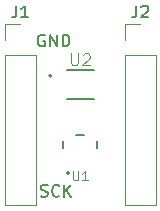
<source format=gto>
%TF.GenerationSoftware,KiCad,Pcbnew,(5.1.6-0-10_14)*%
%TF.CreationDate,2020-09-09T09:44:54+09:00*%
%TF.ProjectId,qPCR-spi_switcher,71504352-2d73-4706-995f-737769746368,rev?*%
%TF.SameCoordinates,Original*%
%TF.FileFunction,Legend,Top*%
%TF.FilePolarity,Positive*%
%FSLAX46Y46*%
G04 Gerber Fmt 4.6, Leading zero omitted, Abs format (unit mm)*
G04 Created by KiCad (PCBNEW (5.1.6-0-10_14)) date 2020-09-09 09:44:54*
%MOMM*%
%LPD*%
G01*
G04 APERTURE LIST*
%ADD10C,0.150000*%
%ADD11C,0.120000*%
%ADD12C,0.200000*%
%ADD13C,0.127000*%
%ADD14C,0.015000*%
G04 APERTURE END LIST*
D10*
X103336885Y-76757161D02*
X103479742Y-76804780D01*
X103717838Y-76804780D01*
X103813076Y-76757161D01*
X103860695Y-76709542D01*
X103908314Y-76614304D01*
X103908314Y-76519066D01*
X103860695Y-76423828D01*
X103813076Y-76376209D01*
X103717838Y-76328590D01*
X103527361Y-76280971D01*
X103432123Y-76233352D01*
X103384504Y-76185733D01*
X103336885Y-76090495D01*
X103336885Y-75995257D01*
X103384504Y-75900019D01*
X103432123Y-75852400D01*
X103527361Y-75804780D01*
X103765457Y-75804780D01*
X103908314Y-75852400D01*
X104908314Y-76709542D02*
X104860695Y-76757161D01*
X104717838Y-76804780D01*
X104622600Y-76804780D01*
X104479742Y-76757161D01*
X104384504Y-76661923D01*
X104336885Y-76566685D01*
X104289266Y-76376209D01*
X104289266Y-76233352D01*
X104336885Y-76042876D01*
X104384504Y-75947638D01*
X104479742Y-75852400D01*
X104622600Y-75804780D01*
X104717838Y-75804780D01*
X104860695Y-75852400D01*
X104908314Y-75900019D01*
X105336885Y-76804780D02*
X105336885Y-75804780D01*
X105908314Y-76804780D02*
X105479742Y-76233352D01*
X105908314Y-75804780D02*
X105336885Y-76376209D01*
X103657495Y-63127000D02*
X103562257Y-63079380D01*
X103419400Y-63079380D01*
X103276542Y-63127000D01*
X103181304Y-63222238D01*
X103133685Y-63317476D01*
X103086066Y-63507952D01*
X103086066Y-63650809D01*
X103133685Y-63841285D01*
X103181304Y-63936523D01*
X103276542Y-64031761D01*
X103419400Y-64079380D01*
X103514638Y-64079380D01*
X103657495Y-64031761D01*
X103705114Y-63984142D01*
X103705114Y-63650809D01*
X103514638Y-63650809D01*
X104133685Y-64079380D02*
X104133685Y-63079380D01*
X104705114Y-64079380D01*
X104705114Y-63079380D01*
X105181304Y-64079380D02*
X105181304Y-63079380D01*
X105419400Y-63079380D01*
X105562257Y-63127000D01*
X105657495Y-63222238D01*
X105705114Y-63317476D01*
X105752733Y-63507952D01*
X105752733Y-63650809D01*
X105705114Y-63841285D01*
X105657495Y-63936523D01*
X105562257Y-64031761D01*
X105419400Y-64079380D01*
X105181304Y-64079380D01*
D11*
%TO.C,J1*%
X100270000Y-62170000D02*
X101600000Y-62170000D01*
X100270000Y-63500000D02*
X100270000Y-62170000D01*
X100270000Y-64770000D02*
X102930000Y-64770000D01*
X102930000Y-64770000D02*
X102930000Y-77530000D01*
X100270000Y-64770000D02*
X100270000Y-77530000D01*
X100270000Y-77530000D02*
X102930000Y-77530000D01*
%TO.C,J2*%
X110430000Y-77530000D02*
X113090000Y-77530000D01*
X110430000Y-64770000D02*
X110430000Y-77530000D01*
X113090000Y-64770000D02*
X113090000Y-77530000D01*
X110430000Y-64770000D02*
X113090000Y-64770000D01*
X110430000Y-63500000D02*
X110430000Y-62170000D01*
X110430000Y-62170000D02*
X111760000Y-62170000D01*
D12*
%TO.C,U1*%
X105730000Y-74800000D02*
G75*
G03*
X105730000Y-74800000I-100000J0D01*
G01*
D13*
X105230000Y-72720000D02*
X105230000Y-72060000D01*
X106345000Y-71590000D02*
X107015000Y-71590000D01*
X108130000Y-72060000D02*
X108130000Y-72720000D01*
D12*
%TO.C,U2*%
X104255000Y-66560000D02*
G75*
G03*
X104255000Y-66560000I-100000J0D01*
G01*
D13*
X105530000Y-66105000D02*
X107830000Y-66105000D01*
X105530000Y-68515000D02*
X107830000Y-68515000D01*
%TO.C,J1*%
D10*
X101266666Y-60622380D02*
X101266666Y-61336666D01*
X101219047Y-61479523D01*
X101123809Y-61574761D01*
X100980952Y-61622380D01*
X100885714Y-61622380D01*
X102266666Y-61622380D02*
X101695238Y-61622380D01*
X101980952Y-61622380D02*
X101980952Y-60622380D01*
X101885714Y-60765238D01*
X101790476Y-60860476D01*
X101695238Y-60908095D01*
%TO.C,J2*%
X111426666Y-60622380D02*
X111426666Y-61336666D01*
X111379047Y-61479523D01*
X111283809Y-61574761D01*
X111140952Y-61622380D01*
X111045714Y-61622380D01*
X111855238Y-60717619D02*
X111902857Y-60670000D01*
X111998095Y-60622380D01*
X112236190Y-60622380D01*
X112331428Y-60670000D01*
X112379047Y-60717619D01*
X112426666Y-60812857D01*
X112426666Y-60908095D01*
X112379047Y-61050952D01*
X111807619Y-61622380D01*
X112426666Y-61622380D01*
%TO.C,U1*%
D14*
X106070476Y-74618904D02*
X106070476Y-75266523D01*
X106108571Y-75342714D01*
X106146666Y-75380809D01*
X106222857Y-75418904D01*
X106375238Y-75418904D01*
X106451428Y-75380809D01*
X106489523Y-75342714D01*
X106527619Y-75266523D01*
X106527619Y-74618904D01*
X107327619Y-75418904D02*
X106870476Y-75418904D01*
X107099047Y-75418904D02*
X107099047Y-74618904D01*
X107022857Y-74733190D01*
X106946666Y-74809380D01*
X106870476Y-74847476D01*
%TO.C,U2*%
X105918095Y-64679580D02*
X105918095Y-65489104D01*
X105965714Y-65584342D01*
X106013333Y-65631961D01*
X106108571Y-65679580D01*
X106299047Y-65679580D01*
X106394285Y-65631961D01*
X106441904Y-65584342D01*
X106489523Y-65489104D01*
X106489523Y-64679580D01*
X106918095Y-64774819D02*
X106965714Y-64727200D01*
X107060952Y-64679580D01*
X107299047Y-64679580D01*
X107394285Y-64727200D01*
X107441904Y-64774819D01*
X107489523Y-64870057D01*
X107489523Y-64965295D01*
X107441904Y-65108152D01*
X106870476Y-65679580D01*
X107489523Y-65679580D01*
%TD*%
M02*

</source>
